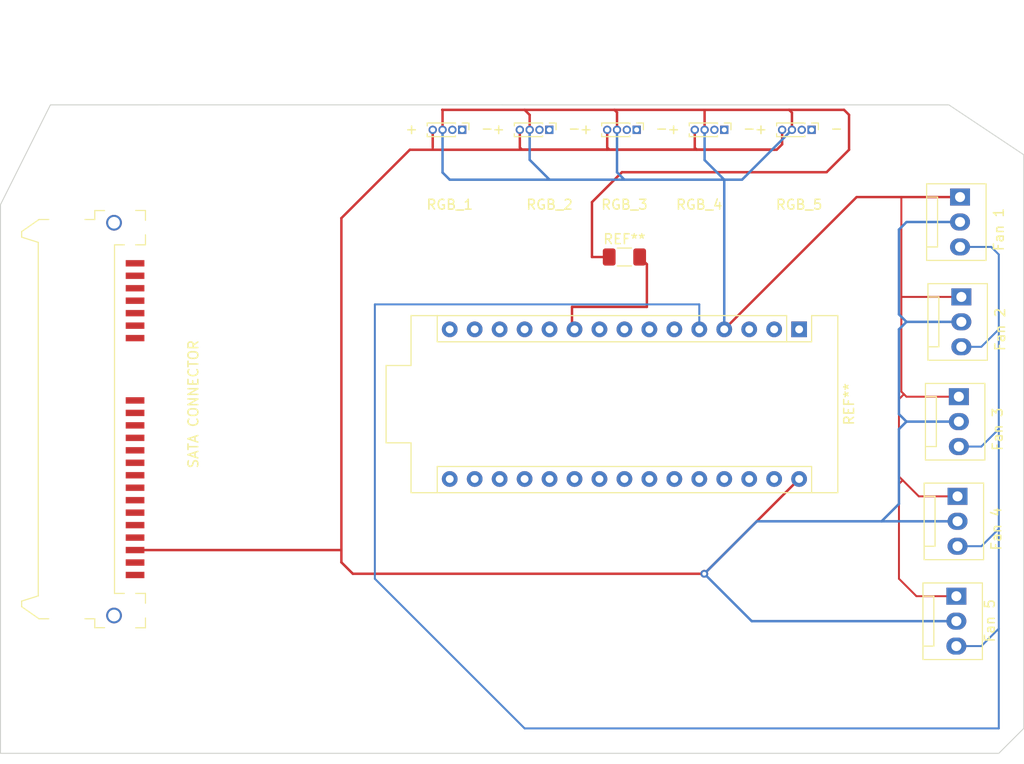
<source format=kicad_pcb>
(kicad_pcb (version 20211014) (generator pcbnew)
  (layers (0 "F.Cu" signal) (31 "B.Cu" signal) (34 "B.Paste" user) (35 "F.Paste" user) (36 "B.SilkS" user "B.Silkscreen") (37 "F.SilkS" user "F.Silkscreen") (38 "B.Mask" user) (39 "F.Mask" user) (44 "Edge.Cuts" user))
  (net 0 "")
  (footprint "Resistor_SMD:R_1206_3216Metric_Pad1.30x1.75mm_HandSolder" (layer "F.Cu") (at 129.54 78.994)
    (fp_text reference "REF**" (at 0 -1.82) (layer "F.SilkS"))
    (fp_text value "R_1206_3216Metric_Pad1.30x1.75mm_HandSolder")
    (fp_line (start -0.727064 -0.91) (end 0.727064 -0.91) (layer "F.SilkS") (width 0.12))
    (fp_line (start -0.727064 0.91) (end 0.727064 0.91) (layer "F.SilkS") (width 0.12))
    (pad "1" smd roundrect (at -1.55 0) (size 1.3 1.75) (layers "F.Cu" "F.Paste" "F.Mask") (roundrect_rratio 0.1923076923))
    (pad "2" smd roundrect (at 1.55 0) (size 1.3 1.75) (layers "F.Cu" "F.Paste" "F.Mask") (roundrect_rratio 0.1923076923))
  )
  (footprint "Connector:FanPinHeader_1x03_P2.54mm_Vertical" (layer "F.Cu") (at 163.322 113.538 -90)
    (fp_text reference "Fan 5" (at 2.5 -3.4 90) (layer "F.SilkS"))
    (fp_text value "FanPinHeader_1x03_P2.54mm_Vertical")
    (fp_line (start 0 3.3) (end 0 2.29) (layer "F.SilkS") (width 0.12))
    (fp_line (start 6.45 3.4) (end -1.35 3.4) (layer "F.SilkS") (width 0.12))
    (fp_line (start -1.35 -2.65) (end 6.45 -2.65) (layer "F.SilkS") (width 0.12))
    (fp_line (start 6.45 -2.65) (end 6.45 3.4) (layer "F.SilkS") (width 0.12))
    (fp_line (start 0 2.29) (end 5.08 2.29) (layer "F.SilkS") (width 0.12))
    (fp_line (start 5.08 2.29) (end 5.08 3.3) (layer "F.SilkS") (width 0.12))
    (fp_line (start -1.35 3.4) (end -1.35 -2.65) (layer "F.SilkS") (width 0.12))
    (pad "1" thru_hole rect (at 0 0) (size 2.03 1.73) (drill 1.02) (layers *.Cu *.Mask))
    (pad "2" thru_hole oval (at 2.54 0) (size 2.03 1.73) (drill 1.02) (layers *.Cu *.Mask))
    (pad "3" thru_hole oval (at 5.08 0) (size 2.03 1.73) (drill 1.02) (layers *.Cu *.Mask))
  )
  (footprint "Connector_PinHeader_1.00mm:PinHeader_1x04_P1.00mm_Vertical" (layer "F.Cu") (at 113.03 66.04 -90)
    (fp_text reference "RGB_1" (at 7.62 1.27 -180) (layer "F.SilkS"))
    (fp_text value "PinHeader_1x04_P1.00mm_Vertical")
    (fp_line (start -0.695 -0.685) (end 0 -0.685) (layer "F.SilkS") (width 0.12))
    (fp_line (start -0.695 3.56) (end -0.394493 3.56) (layer "F.SilkS") (width 0.12))
    (fp_line (start 0.608276 0.685) (end 0.695 0.685) (layer "F.SilkS") (width 0.12))
    (fp_line (start 0.394493 3.56) (end 0.695 3.56) (layer "F.SilkS") (width 0.12))
    (fp_line (start 0.695 0.685) (end 0.695 3.56) (layer "F.SilkS") (width 0.12))
    (fp_line (start -0.695 0.685) (end -0.695 3.56) (layer "F.SilkS") (width 0.12))
    (fp_line (start -0.695 0.685) (end -0.608276 0.685) (layer "F.SilkS") (width 0.12))
    (fp_line (start -0.695 0) (end -0.695 -0.685) (layer "F.SilkS") (width 0.12))
    (pad "1" thru_hole rect (at 0 0 270) (size 0.85 0.85) (drill 0.5) (layers *.Cu *.Mask))
    (pad "2" thru_hole oval (at 0 1 270) (size 0.85 0.85) (drill 0.5) (layers *.Cu *.Mask))
    (pad "3" thru_hole oval (at 0 2 270) (size 0.85 0.85) (drill 0.5) (layers *.Cu *.Mask))
    (pad "4" thru_hole oval (at 0 3 270) (size 0.85 0.85) (drill 0.5) (layers *.Cu *.Mask))
  )
  (footprint "Connector_PinHeader_1.00mm:PinHeader_1x04_P1.00mm_Vertical" (layer "F.Cu") (at 139.7 66.04 -90)
    (fp_text reference "RGB_4" (at 7.62 2.54 -180) (layer "F.SilkS"))
    (fp_text value "PinHeader_1x04_P1.00mm_Vertical")
    (fp_line (start -0.695 0.685) (end -0.695 3.56) (layer "F.SilkS") (width 0.12))
    (fp_line (start 0.695 0.685) (end 0.695 3.56) (layer "F.SilkS") (width 0.12))
    (fp_line (start 0.608276 0.685) (end 0.695 0.685) (layer "F.SilkS") (width 0.12))
    (fp_line (start -0.695 -0.685) (end 0 -0.685) (layer "F.SilkS") (width 0.12))
    (fp_line (start -0.695 0) (end -0.695 -0.685) (layer "F.SilkS") (width 0.12))
    (fp_line (start 0.394493 3.56) (end 0.695 3.56) (layer "F.SilkS") (width 0.12))
    (fp_line (start -0.695 3.56) (end -0.394493 3.56) (layer "F.SilkS") (width 0.12))
    (fp_line (start -0.695 0.685) (end -0.608276 0.685) (layer "F.SilkS") (width 0.12))
    (pad "1" thru_hole rect (at 0 0 270) (size 0.85 0.85) (drill 0.5) (layers *.Cu *.Mask))
    (pad "2" thru_hole oval (at 0 1 270) (size 0.85 0.85) (drill 0.5) (layers *.Cu *.Mask))
    (pad "3" thru_hole oval (at 0 2 270) (size 0.85 0.85) (drill 0.5) (layers *.Cu *.Mask))
    (pad "4" thru_hole oval (at 0 3 270) (size 0.85 0.85) (drill 0.5) (layers *.Cu *.Mask))
  )
  (footprint "Connector_PinHeader_1.00mm:PinHeader_1x04_P1.00mm_Vertical" (layer "F.Cu") (at 148.59 66.04 -90)
    (fp_text reference "RGB_5" (at 7.62 1.27 -180) (layer "F.SilkS"))
    (fp_text value "PinHeader_1x04_P1.00mm_Vertical")
    (fp_line (start 0.394493 3.56) (end 0.695 3.56) (layer "F.SilkS") (width 0.12))
    (fp_line (start 0.608276 0.685) (end 0.695 0.685) (layer "F.SilkS") (width 0.12))
    (fp_line (start -0.695 0) (end -0.695 -0.685) (layer "F.SilkS") (width 0.12))
    (fp_line (start -0.695 0.685) (end -0.608276 0.685) (layer "F.SilkS") (width 0.12))
    (fp_line (start -0.695 -0.685) (end 0 -0.685) (layer "F.SilkS") (width 0.12))
    (fp_line (start -0.695 3.56) (end -0.394493 3.56) (layer "F.SilkS") (width 0.12))
    (fp_line (start 0.695 0.685) (end 0.695 3.56) (layer "F.SilkS") (width 0.12))
    (fp_line (start -0.695 0.685) (end -0.695 3.56) (layer "F.SilkS") (width 0.12))
    (pad "1" thru_hole rect (at 0 0 270) (size 0.85 0.85) (drill 0.5) (layers *.Cu *.Mask))
    (pad "2" thru_hole oval (at 0 1 270) (size 0.85 0.85) (drill 0.5) (layers *.Cu *.Mask))
    (pad "3" thru_hole oval (at 0 2 270) (size 0.85 0.85) (drill 0.5) (layers *.Cu *.Mask))
    (pad "4" thru_hole oval (at 0 3 270) (size 0.85 0.85) (drill 0.5) (layers *.Cu *.Mask))
  )
  (footprint "Connector:FanPinHeader_1x03_P2.54mm_Vertical" (layer "F.Cu") (at 163.83 83.058 -90)
    (fp_text reference "Fan 2" (at 3.312 -3.943 90) (layer "F.SilkS"))
    (fp_text value "FanPinHeader_1x03_P2.54mm_Vertical")
    (fp_line (start 5.08 2.29) (end 5.08 3.3) (layer "F.SilkS") (width 0.12))
    (fp_line (start 0 3.3) (end 0 2.29) (layer "F.SilkS") (width 0.12))
    (fp_line (start 6.45 3.4) (end -1.35 3.4) (layer "F.SilkS") (width 0.12))
    (fp_line (start -1.35 -2.65) (end 6.45 -2.65) (layer "F.SilkS") (width 0.12))
    (fp_line (start -1.35 3.4) (end -1.35 -2.65) (layer "F.SilkS") (width 0.12))
    (fp_line (start 0 2.29) (end 5.08 2.29) (layer "F.SilkS") (width 0.12))
    (fp_line (start 6.45 -2.65) (end 6.45 3.4) (layer "F.SilkS") (width 0.12))
    (pad "1" thru_hole rect (at 0 0) (size 2.03 1.73) (drill 1.02) (layers *.Cu *.Mask))
    (pad "2" thru_hole oval (at 2.54 0) (size 2.03 1.73) (drill 1.02) (layers *.Cu *.Mask))
    (pad "3" thru_hole oval (at 5.08 0) (size 2.03 1.73) (drill 1.02) (layers *.Cu *.Mask))
  )
  (footprint "Connector_PinHeader_1.00mm:PinHeader_1x04_P1.00mm_Vertical" (layer "F.Cu") (at 121.896 66.04 -90)
    (fp_text reference "RGB_2" (at 7.62 -0.024 -180) (layer "F.SilkS"))
    (fp_text value "PinHeader_1x04_P1.00mm_Vertical")
    (fp_line (start 0.608276 0.685) (end 0.695 0.685) (layer "F.SilkS") (width 0.12))
    (fp_line (start -0.695 0.685) (end -0.608276 0.685) (layer "F.SilkS") (width 0.12))
    (fp_line (start 0.394493 3.56) (end 0.695 3.56) (layer "F.SilkS") (width 0.12))
    (fp_line (start -0.695 0.685) (end -0.695 3.56) (layer "F.SilkS") (width 0.12))
    (fp_line (start -0.695 0) (end -0.695 -0.685) (layer "F.SilkS") (width 0.12))
    (fp_line (start 0.695 0.685) (end 0.695 3.56) (layer "F.SilkS") (width 0.12))
    (fp_line (start -0.695 -0.685) (end 0 -0.685) (layer "F.SilkS") (width 0.12))
    (fp_line (start -0.695 3.56) (end -0.394493 3.56) (layer "F.SilkS") (width 0.12))
    (pad "1" thru_hole rect (at 0 0 270) (size 0.85 0.85) (drill 0.5) (layers *.Cu *.Mask))
    (pad "2" thru_hole oval (at 0 1 270) (size 0.85 0.85) (drill 0.5) (layers *.Cu *.Mask))
    (pad "3" thru_hole oval (at 0 2 270) (size 0.85 0.85) (drill 0.5) (layers *.Cu *.Mask))
    (pad "4" thru_hole oval (at 0 3 270) (size 0.85 0.85) (drill 0.5) (layers *.Cu *.Mask))
  )
  (footprint "Connector_PinHeader_1.00mm:PinHeader_1x04_P1.00mm_Vertical" (layer "F.Cu") (at 130.786 66.04 -90)
    (fp_text reference "RGB_3" (at 7.62 1.246 -180) (layer "F.SilkS"))
    (fp_text value "PinHeader_1x04_P1.00mm_Vertical")
    (fp_line (start 0.695 0.685) (end 0.695 3.56) (layer "F.SilkS") (width 0.12))
    (fp_line (start -0.695 0) (end -0.695 -0.685) (layer "F.SilkS") (width 0.12))
    (fp_line (start -0.695 0.685) (end -0.695 3.56) (layer "F.SilkS") (width 0.12))
    (fp_line (start 0.394493 3.56) (end 0.695 3.56) (layer "F.SilkS") (width 0.12))
    (fp_line (start 0.608276 0.685) (end 0.695 0.685) (layer "F.SilkS") (width 0.12))
    (fp_line (start -0.695 0.685) (end -0.608276 0.685) (layer "F.SilkS") (width 0.12))
    (fp_line (start -0.695 -0.685) (end 0 -0.685) (layer "F.SilkS") (width 0.12))
    (fp_line (start -0.695 3.56) (end -0.394493 3.56) (layer "F.SilkS") (width 0.12))
    (pad "1" thru_hole rect (at 0 0 270) (size 0.85 0.85) (drill 0.5) (layers *.Cu *.Mask))
    (pad "2" thru_hole oval (at 0 1 270) (size 0.85 0.85) (drill 0.5) (layers *.Cu *.Mask))
    (pad "3" thru_hole oval (at 0 2 270) (size 0.85 0.85) (drill 0.5) (layers *.Cu *.Mask))
    (pad "4" thru_hole oval (at 0 3 270) (size 0.85 0.85) (drill 0.5) (layers *.Cu *.Mask))
  )
  (footprint "Arduino:Arduino_Nano" (layer "F.Cu") (at 147.32 86.36 -90)
    (fp_text reference "REF**" (at 7.62 -5.08 90) (layer "F.SilkS"))
    (fp_text value "Arduino_Nano")
    (fp_line (start 1.27 1.27) (end -1.397 1.27) (layer "F.SilkS") (width 0.12))
    (fp_line (start 11.557 42.037) (end 11.557 39.497) (layer "F.SilkS") (width 0.12))
    (fp_line (start -1.397 39.497) (end 3.683 39.497) (layer "F.SilkS") (width 0.12))
    (fp_line (start 1.27 1.27) (end 1.27 36.83) (layer "F.SilkS") (width 0.12))
    (fp_line (start 1.27 -1.27) (end -1.397 -1.27) (layer "F.SilkS") (width 0.12))
    (fp_line (start 3.683 42.037) (end 3.683 39.497) (layer "F.SilkS") (width 0.12))
    (fp_line (start 1.27 1.27) (end 1.27 -1.27) (layer "F.SilkS") (width 0.12))
    (fp_line (start 11.557 39.497) (end 16.637 39.497) (layer "F.SilkS") (width 0.12))
    (fp_line (start 13.97 -1.27) (end 13.97 36.83) (layer "F.SilkS") (width 0.12))
    (fp_line (start 1.27 36.83) (end -1.4 36.83) (layer "F.SilkS") (width 0.12))
    (fp_line (start -1.397 1.27) (end -1.397 39.497) (layer "F.SilkS") (width 0.12))
    (fp_line (start 16.637 -3.937) (end -1.397 -3.937) (layer "F.SilkS") (width 0.12))
    (fp_line (start 13.97 -1.27) (end 16.64 -1.27) (layer "F.SilkS") (width 0.12))
    (fp_line (start 16.637 39.497) (end 16.637 -3.937) (layer "F.SilkS") (width 0.12))
    (fp_line (start 3.683 42.037) (end 11.557 42.037) (layer "F.SilkS") (width 0.12))
    (fp_line (start 13.97 36.83) (end 16.64 36.83) (layer "F.SilkS") (width 0.12))
    (fp_line (start -1.397 -3.937) (end -1.397 -1.27) (layer "F.SilkS") (width 0.12))
    (pad "1" thru_hole rect locked (at 0 0 270) (size 1.6 1.6) (drill 0.8) (layers *.Cu *.Mask))
    (pad "2" thru_hole oval locked (at 0 2.54 270) (size 1.6 1.6) (drill 0.8) (layers *.Cu *.Mask))
    (pad "3" thru_hole oval locked (at 0 5.08 270) (size 1.6 1.6) (drill 0.8) (layers *.Cu *.Mask))
    (pad "4" thru_hole oval locked (at 0 7.62 270) (size 1.6 1.6) (drill 0.8) (layers *.Cu *.Mask))
    (pad "5" thru_hole oval locked (at 0 10.16 270) (size 1.6 1.6) (drill 0.8) (layers *.Cu *.Mask))
    (pad "6" thru_hole oval locked (at 0 12.7 270) (size 1.6 1.6) (drill 0.8) (layers *.Cu *.Mask))
    (pad "7" thru_hole oval locked (at 0 15.24 270) (size 1.6 1.6) (drill 0.8) (layers *.Cu *.Mask))
    (pad "8" thru_hole oval locked (at 0 17.78 270) (size 1.6 1.6) (drill 0.8) (layers *.Cu *.Mask))
    (pad "9" thru_hole oval locked (at 0 20.32 270) (size 1.6 1.6) (drill 0.8) (layers *.Cu *.Mask))
    (pad "10" thru_hole oval locked (at 0 22.86 270) (size 1.6 1.6) (drill 0.8) (layers *.Cu *.Mask))
    (pad "11" thru_hole oval locked (at 0 25.4 270) (size 1.6 1.6) (drill 0.8) (layers *.Cu *.Mask))
    (pad "12" thru_hole oval locked (at 0 27.94 270) (size 1.6 1.6) (drill 0.8) (layers *.Cu *.Mask))
    (pad "13" thru_hole oval locked (at 0 30.48 270) (size 1.6 1.6) (drill 0.8) (layers *.Cu *.Mask))
    (pad "14" thru_hole oval locked (at 0 33.02 270) (size 1.6 1.6) (drill 0.8) (layers *.Cu *.Mask))
    (pad "15" thru_hole oval locked (at 0 35.56 270) (size 1.6 1.6) (drill 0.8) (layers *.Cu *.Mask))
    (pad "16" thru_hole oval locked (at 15.24 35.56 270) (size 1.6 1.6) (drill 0.8) (layers *.Cu *.Mask))
    (pad "17" thru_hole oval locked (at 15.24 33.02 270) (size 1.6 1.6) (drill 0.8) (layers *.Cu *.Mask))
    (pad "18" thru_hole oval locked (at 15.24 30.48 270) (size 1.6 1.6) (drill 0.8) (layers *.Cu *.Mask))
    (pad "19" thru_hole oval locked (at 15.24 27.94 270) (size 1.6 1.6) (drill 0.8) (layers *.Cu *.Mask))
    (pad "20" thru_hole oval locked (at 15.24 25.4 270) (size 1.6 1.6) (drill 0.8) (layers *.Cu *.Mask))
    (pad "21" thru_hole oval locked (at 15.24 22.86 270) (size 1.6 1.6) (drill 0.8) (layers *.Cu *.Mask))
    (pad "22" thru_hole oval locked (at 15.24 20.32 270) (size 1.6 1.6) (drill 0.8) (layers *.Cu *.Mask))
    (pad "23" thru_hole oval locked (at 15.24 17.78 270) (size 1.6 1.6) (drill 0.8) (layers *.Cu *.Mask))
    (pad "24" thru_hole oval locked (at 15.24 15.24 270) (size 1.6 1.6) (drill 0.8) (layers *.Cu *.Mask))
    (pad "25" thru_hole oval locked (at 15.24 12.7 270) (size 1.6 1.6) (drill 0.8) (layers *.Cu *.Mask))
    (pad "26" thru_hole oval locked (at 15.24 10.16 270) (size 1.6 1.6) (drill 0.8) (layers *.Cu *.Mask))
    (pad "27" thru_hole oval locked (at 15.24 7.62 270) (size 1.6 1.6) (drill 0.8) (layers *.Cu *.Mask))
    (pad "28" thru_hole oval locked (at 15.24 5.08 270) (size 1.6 1.6) (drill 0.8) (layers *.Cu *.Mask))
    (pad "29" thru_hole oval locked (at 15.24 2.54 270) (size 1.6 1.6) (drill 0.8) (layers *.Cu *.Mask))
    (pad "30" thru_hole oval locked (at 15.24 0 270) (size 1.6 1.6) (drill 0.8) (layers *.Cu *.Mask))
  )
  (footprint "Connector_SATA_SAS:SATA_Amphenol_10029364-001LF_Horizontal" (layer "F.Cu") (at 78.74 95.504 90)
    (fp_text reference "SATA CONNECTOR" (at 1.524 6.926 90) (layer "F.SilkS"))
    (fp_text value "SATA_Amphenol_10029364-001LF_Horizontal")
    (fp_line (start 19.1 -10.54492) (end 18.53 -10.54492) (layer "F.SilkS") (width 0.12))
    (fp_line (start -21.24 -3.10492) (end -21.24 -2.10492) (layer "F.SilkS") (width 0.12))
    (fp_line (start 20.33 -8.78492) (end 20.33 -7.78492) (layer "F.SilkS") (width 0.12))
    (fp_line (start 17.75 1.05508) (end 17.75 2.05508) (layer "F.SilkS") (width 0.12))
    (fp_line (start -21.24 -3.10492) (end -20.33 -3.10492) (layer "F.SilkS") (width 0.12))
    (fp_line (start 18 -8.85492) (end -18 -8.85492) (layer "F.SilkS") (width 0.12))
    (fp_line (start -19.1 -10.54492) (end -18.53 -10.54492) (layer "F.SilkS") (width 0.12))
    (fp_line (start 17.75 -1.09492) (end -17.75 -1.09492) (layer "F.SilkS") (width 0.12))
    (fp_line (start -18.75 2.05508) (end -17.75 2.05508) (layer "F.SilkS") (width 0.12))
    (fp_line (start -21.25 1.05508) (end -21.25 2.05508) (layer "F.SilkS") (width 0.12))
    (fp_line (start -21.25 2.05508) (end -20.25 2.05508) (layer "F.SilkS") (width 0.12))
    (fp_line (start -20.33 -3.10492) (end -20.33 -4.10492) (layer "F.SilkS") (width 0.12))
    (fp_line (start 18 -8.85492) (end 18.53 -10.54492) (layer "F.SilkS") (width 0.12))
    (fp_line (start 20.33 -3.10492) (end 20.33 -4.10492) (layer "F.SilkS") (width 0.12))
    (fp_line (start 21.24 -3.10492) (end 20.33 -3.10492) (layer "F.SilkS") (width 0.12))
    (fp_line (start 18.77314 2.05486) (end 17.75 2.05508) (layer "F.SilkS") (width 0.12))
    (fp_line (start -20.33 -8.78492) (end -20.33 -7.78492) (layer "F.SilkS") (width 0.12))
    (fp_line (start 21.25 2.05508) (end 20.25 2.05508) (layer "F.SilkS") (width 0.12))
    (fp_line (start 21.24 -3.10492) (end 21.24 -2.10492) (layer "F.SilkS") (width 0.12))
    (fp_line (start -17.75 -1.09492) (end -17.75 -0.09492) (layer "F.SilkS") (width 0.12))
    (fp_line (start 21.25 1.05508) (end 21.25 2.05508) (layer "F.SilkS") (width 0.12))
    (fp_line (start -17.75 1.05508) (end -17.75 2.05508) (layer "F.SilkS") (width 0.12))
    (fp_line (start 20.33 -8.78492) (end 19.1 -10.54492) (layer "F.SilkS") (width 0.12))
    (fp_line (start -18 -8.85492) (end -18.53 -10.54492) (layer "F.SilkS") (width 0.12))
    (fp_line (start -20.33 -8.78492) (end -19.1 -10.54492) (layer "F.SilkS") (width 0.12))
    (fp_line (start 17.75 -1.09492) (end 17.75 -0.09492) (layer "F.SilkS") (width 0.12))
    (pad "" np_thru_hole circle (at -18.4 0.65508 90) (size 1.2 1.2) (drill 1.2) (layers *.Mask "B.Cu"))
    (pad "" np_thru_hole circle (at 18.4 0.65508 90) (size 0.9 0.9) (drill 0.9) (layers *.Mask "B.Cu"))
    (pad "MP" thru_hole circle (at -20 -1.14492 90) (size 1.6 1.6) (drill 1.2) (layers *.Cu *.Mask))
    (pad "MP" thru_hole circle (at 20 -1.14492 90) (size 1.6 1.6) (drill 1.2) (layers *.Cu *.Mask))
    (pad "P1" smd rect (at 1.905 0.99508 90) (size 0.65 1.9) (layers "F.Cu" "F.Paste" "F.Mask"))
    (pad "P2" smd rect (at 0.635 0.99508 90) (size 0.65 1.9) (layers "F.Cu" "F.Paste" "F.Mask"))
    (pad "P3" smd rect (at -0.635 0.99508 90) (size 0.65 1.9) (layers "F.Cu" "F.Paste" "F.Mask"))
    (pad "P4" smd rect (at -1.905 0.99508 90) (size 0.65 1.9) (layers "F.Cu" "F.Paste" "F.Mask"))
    (pad "P5" smd rect (at -3.175 0.99508 90) (size 0.65 1.9) (layers "F.Cu" "F.Paste" "F.Mask"))
    (pad "P6" smd rect (at -4.445 0.99508 90) (size 0.65 1.9) (layers "F.Cu" "F.Paste" "F.Mask"))
    (pad "P7" smd rect (at -5.715 0.99508 90) (size 0.65 1.9) (layers "F.Cu" "F.Paste" "F.Mask"))
    (pad "P8" smd rect (at -6.985 0.99508 90) (size 0.65 1.9) (layers "F.Cu" "F.Paste" "F.Mask"))
    (pad "P9" smd rect (at -8.255 0.99508 90) (size 0.65 1.9) (layers "F.Cu" "F.Paste" "F.Mask"))
    (pad "P10" smd rect (at -9.525 0.99508 90) (size 0.65 1.9) (layers "F.Cu" "F.Paste" "F.Mask"))
    (pad "P11" smd rect (at -10.795 0.99508 90) (size 0.65 1.9) (layers "F.Cu" "F.Paste" "F.Mask"))
    (pad "P12" smd rect (at -12.065 0.99508 90) (size 0.65 1.9) (layers "F.Cu" "F.Paste" "F.Mask"))
    (pad "P13" smd rect (at -13.335 0.99508 90) (size 0.65 1.9) (layers "F.Cu" "F.Paste" "F.Mask"))
    (pad "P14" smd rect (at -14.605 0.99508 90) (size 0.65 1.9) (layers "F.Cu" "F.Paste" "F.Mask"))
    (pad "P15" smd rect (at -15.875 0.99508 90) (size 0.65 1.9) (layers "F.Cu" "F.Paste" "F.Mask"))
    (pad "S1" smd rect (at 15.87 0.99508 90) (size 0.65 1.9) (layers "F.Cu" "F.Paste" "F.Mask"))
    (pad "S2" smd rect (at 14.6 0.99508 90) (size 0.65 1.9) (layers "F.Cu" "F.Paste" "F.Mask"))
    (pad "S3" smd rect (at 13.33 0.99508 90) (size 0.65 1.9) (layers "F.Cu" "F.Paste" "F.Mask"))
    (pad "S4" smd rect (at 12.06 0.99508 90) (size 0.65 1.9) (layers "F.Cu" "F.Paste" "F.Mask"))
    (pad "S5" smd rect (at 10.79 0.99508 90) (size 0.65 1.9) (layers "F.Cu" "F.Paste" "F.Mask"))
    (pad "S6" smd rect (at 9.52 0.99508 90) (size 0.65 1.9) (layers "F.Cu" "F.Paste" "F.Mask"))
    (pad "S7" smd rect (at 8.25 0.99508 90) (size 0.65 1.9) (layers "F.Cu" "F.Paste" "F.Mask"))
  )
  (footprint "Connector:FanPinHeader_1x03_P2.54mm_Vertical" (layer "F.Cu") (at 163.576 93.218 -90)
    (fp_text reference "Fan 3" (at 3.312 -3.943 90) (layer "F.SilkS"))
    (fp_text value "FanPinHeader_1x03_P2.54mm_Vertical")
    (fp_line (start 0 3.3) (end 0 2.29) (layer "F.SilkS") (width 0.12))
    (fp_line (start -1.35 3.4) (end -1.35 -2.65) (layer "F.SilkS") (width 0.12))
    (fp_line (start 0 2.29) (end 5.08 2.29) (layer "F.SilkS") (width 0.12))
    (fp_line (start -1.35 -2.65) (end 6.45 -2.65) (layer "F.SilkS") (width 0.12))
    (fp_line (start 6.45 3.4) (end -1.35 3.4) (layer "F.SilkS") (width 0.12))
    (fp_line (start 5.08 2.29) (end 5.08 3.3) (layer "F.SilkS") (width 0.12))
    (fp_line (start 6.45 -2.65) (end 6.45 3.4) (layer "F.SilkS") (width 0.12))
    (pad "1" thru_hole rect (at 0 0) (size 2.03 1.73) (drill 1.02) (layers *.Cu *.Mask))
    (pad "2" thru_hole oval (at 2.54 0) (size 2.03 1.73) (drill 1.02) (layers *.Cu *.Mask))
    (pad "3" thru_hole oval (at 5.08 0) (size 2.03 1.73) (drill 1.02) (layers *.Cu *.Mask))
  )
  (footprint "Connector:FanPinHeader_1x03_P2.54mm_Vertical" (layer "F.Cu") (at 163.697 72.888 -90)
    (fp_text reference "Fan 1" (at 3.312 -3.943 90) (layer "F.SilkS"))
    (fp_text value "FanPinHeader_1x03_P2.54mm_Vertical")
    (fp_line (start 6.45 -2.65) (end 6.45 3.4) (layer "F.SilkS") (width 0.12))
    (fp_line (start 0 2.29) (end 5.08 2.29) (layer "F.SilkS") (width 0.12))
    (fp_line (start -1.35 3.4) (end -1.35 -2.65) (layer "F.SilkS") (width 0.12))
    (fp_line (start 6.45 3.4) (end -1.35 3.4) (layer "F.SilkS") (width 0.12))
    (fp_line (start 0 3.3) (end 0 2.29) (layer "F.SilkS") (width 0.12))
    (fp_line (start -1.35 -2.65) (end 6.45 -2.65) (layer "F.SilkS") (width 0.12))
    (fp_line (start 5.08 2.29) (end 5.08 3.3) (layer "F.SilkS") (width 0.12))
    (pad "1" thru_hole rect (at 0 0) (size 2.03 1.73) (drill 1.02) (layers *.Cu *.Mask))
    (pad "2" thru_hole oval (at 2.54 0) (size 2.03 1.73) (drill 1.02) (layers *.Cu *.Mask))
    (pad "3" thru_hole oval (at 5.08 0) (size 2.03 1.73) (drill 1.02) (layers *.Cu *.Mask))
  )
  (footprint "Connector:FanPinHeader_1x03_P2.54mm_Vertical" (layer "F.Cu") (at 163.443 103.368 -90)
    (fp_text reference "Fan 4" (at 3.312 -3.943 90) (layer "F.SilkS"))
    (fp_text value "FanPinHeader_1x03_P2.54mm_Vertical")
    (fp_line (start -1.35 3.4) (end -1.35 -2.65) (layer "F.SilkS") (width 0.12))
    (fp_line (start 0 2.29) (end 5.08 2.29) (layer "F.SilkS") (width 0.12))
    (fp_line (start 6.45 3.4) (end -1.35 3.4) (layer "F.SilkS") (width 0.12))
    (fp_line (start -1.35 -2.65) (end 6.45 -2.65) (layer "F.SilkS") (width 0.12))
    (fp_line (start 5.08 2.29) (end 5.08 3.3) (layer "F.SilkS") (width 0.12))
    (fp_line (start 6.45 -2.65) (end 6.45 3.4) (layer "F.SilkS") (width 0.12))
    (fp_line (start 0 3.3) (end 0 2.29) (layer "F.SilkS") (width 0.12))
    (pad "1" thru_hole rect (at 0 0) (size 2.03 1.73) (drill 1.02) (layers *.Cu *.Mask))
    (pad "2" thru_hole oval (at 2.54 0) (size 2.03 1.73) (drill 1.02) (layers *.Cu *.Mask))
    (pad "3" thru_hole oval (at 5.08 0) (size 2.03 1.73) (drill 1.02) (layers *.Cu *.Mask))
  )
  (gr_poly (pts (xy 170.18 68.58) (xy 170.18 127) (xy 167.64 129.54) (xy 66.04 129.54) (xy 66.04 73.66) (xy 71.12 63.5) (xy 88.984573 63.497181) (xy 162.56 63.5)) (layer "Edge.Cuts") (width 0.1) (fill none))
  (gr_text "+\n" (at 134.62 66.04 -90) (layer "F.SilkS") (effects (font (size 1 1))))
  (gr_text "+\n" (at 143.51 66.04 -90) (layer "F.SilkS") (effects (font (size 1 1))))
  (gr_text "-" (at 124.436 66.04 -180) (layer "F.SilkS") (effects (font (size 1 1))))
  (gr_text "+\n" (at 116.816 66.04 -90) (layer "F.SilkS") (effects (font (size 1 1))))
  (gr_text "-" (at 133.326 66.04 -180) (layer "F.SilkS") (effects (font (size 1 1))))
  (gr_text "-" (at 115.57 66.04 -180) (layer "F.SilkS") (effects (font (size 1 1))))
  (gr_text "+\n" (at 125.706 66.04 -90) (layer "F.SilkS") (effects (font (size 1 1))))
  (gr_text "-" (at 151.13 66.04 -180) (layer "F.SilkS") (effects (font (size 1 1))))
  (gr_text "-" (at 142.24 66.04 -180) (layer "F.SilkS") (effects (font (size 1 1))))
  (gr_text "+\n" (at 107.95 66.04 -90) (layer "F.SilkS") (effects (font (size 1 1))))
  (segment (start 111.03 66.04) (end 111.03 64.04) (width 0.25) (layer "F.Cu") (net 0))
  (segment (start 157.724 92.7) (end 158.242 93.218) (width 0.2) (layer "F.Cu") (net 0))
  (segment (start 131.826 84.074) (end 131.826 79.73) (width 0.25) (layer "F.Cu") (net 0))
  (segment (start 157.48 93.472) (end 157.988 92.964) (width 0.2) (layer "F.Cu") (net 0))
  (segment (start 163.322 113.538) (end 159.258 113.538) (width 0.2) (layer "F.Cu") (net 0))
  (segment (start 152.4 68.072) (end 150.114 70.358) (width 0.25) (layer "F.Cu") (net 0))
  (segment (start 136.7 67.866) (end 136.906 68.072) (width 0.25) (layer "F.Cu") (net 0))
  (segment (start 150.114 70.358) (end 129.286 70.358) (width 0.25) (layer "F.Cu") (net 0))
  (segment (start 159.258 113.538) (end 157.48 111.76) (width 0.2) (layer "F.Cu") (net 0))
  (segment (start 127.786 68.048) (end 127.762 68.072) (width 0.25) (layer "F.Cu") (net 0))
  (segment (start 100.734 110.086) (end 100.734 75.034) (width 0.25) (layer "F.Cu") (net 0))
  (segment (start 101.9 111.252) (end 100.734 110.086) (width 0.25) (layer "F.Cu") (net 0))
  (segment (start 126.238 73.406) (end 126.238 78.994) (width 0.25) (layer "F.Cu") (net 0))
  (segment (start 107.696 68.072) (end 145.034 68.072) (width 0.25) (layer "F.Cu") (net 0))
  (segment (start 124.46 86.36) (end 124.206 86.106) (width 0.25) (layer "F.Cu") (net 0))
  (segment (start 157.48 102.108) (end 157.861 101.727) (width 0.2) (layer "F.Cu") (net 0))
  (segment (start 118.896 67.842) (end 119.102 68.048) (width 0.25) (layer "F.Cu") (net 0))
  (segment (start 145.59 67.516) (end 145.59 66.04) (width 0.25) (layer "F.Cu") (net 0))
  (segment (start 151.892 64.008) (end 152.4 64.516) (width 0.25) (layer "F.Cu") (net 0))
  (segment (start 157.48 101.346) (end 157.48 93.472) (width 0.2) (layer "F.Cu") (net 0))
  (segment (start 145.034 68.072) (end 145.59 67.516) (width 0.25) (layer "F.Cu") (net 0))
  (segment (start 119.896 64.524) (end 119.896 66.04) (width 0.25) (layer "F.Cu") (net 0))
  (segment (start 124.206 84.074) (end 131.826 84.074) (width 0.25) (layer "F.Cu") (net 0))
  (segment (start 163.697 72.888) (end 157.724 72.888) (width 0.25) (layer "F.Cu") (net 0))
  (segment (start 137.668 111.252) (end 101.9 111.252) (width 0.25) (layer "F.Cu") (net 0))
  (segment (start 137.7 66.04) (end 137.7 64.04) (width 0.25) (layer "F.Cu") (net 0))
  (segment (start 157.724 72.888) (end 153.172 72.888) (width 0.25) (layer "F.Cu") (net 0))
  (segment (start 110.998 64.008) (end 151.892 64.008) (width 0.25) (layer "F.Cu") (net 0))
  (segment (start 157.48 101.346) (end 159.502 103.368) (width 0.2) (layer "F.Cu") (net 0))
  (segment (start 111.03 64.04) (end 110.998 64.008) (width 0.25) (layer "F.Cu") (net 0))
  (segment (start 157.724 72.888) (end 157.724 92.7) (width 0.2) (layer "F.Cu") (net 0))
  (segment (start 126.238 78.994) (end 127.99 78.994) (width 0.25) (layer "F.Cu") (net 0))
  (segment (start 79.73508 108.839) (end 100.711 108.839) (width 0.25) (layer "F.Cu") (net 0))
  (segment (start 128.786 64.27) (end 128.524 64.008) (width 0.25) (layer "F.Cu") (net 0))
  (segment (start 124.206 86.106) (end 124.206 84.074) (width 0.25) (layer "F.Cu") (net 0))
  (segment (start 144.78 68.072) (end 144.756 68.048) (width 0.25) (layer "F.Cu") (net 0))
  (segment (start 152.4 64.516) (end 152.4 68.072) (width 0.25) (layer "F.Cu") (net 0))
  (segment (start 153.172 72.888) (end 139.7 86.36) (width 0.25) (layer "F.Cu") (net 0))
  (segment (start 136.7 66.04) (end 136.7 67.866) (width 0.25) (layer "F.Cu") (net 0))
  (segment (start 100.734 75.034) (end 107.696 68.072) (width 0.25) (layer "F.Cu") (net 0))
  (segment (start 163.443 103.368) (end 159.502 103.368) (width 0.2) (layer "F.Cu") (net 0))
  (segment (start 146.59 66.04) (end 146.59 64.294) (width 0.25) (layer "F.Cu") (net 0))
  (segment (start 158.242 93.218) (end 163.576 93.218) (width 0.2) (layer "F.Cu") (net 0))
  (segment (start 157.48 111.76) (end 157.48 102.108) (width 0.2) (layer "F.Cu") (net 0))
  (segment (start 128.786 66.04) (end 128.786 64.27) (width 0.25) (layer "F.Cu") (net 0))
  (segment (start 118.896 68.048) (end 144.756 68.048) (width 0.25) (layer "F.Cu") (net 0))
  (segment (start 147.32 101.6) (end 137.668 111.252) (width 0.25) (layer "F.Cu") (net 0))
  (segment (start 118.896 66.04) (end 118.896 67.842) (width 0.25) (layer "F.Cu") (net 0))
  (segment (start 146.59 64.294) (end 146.304 64.008) (width 0.25) (layer "F.Cu") (net 0))
  (segment (start 163.83 83.058) (end 157.734 83.058) (width 0.2) (layer "F.Cu") (net 0))
  (segment (start 110.03 66.04) (end 110.03 67.866) (width 0.25) (layer "F.Cu") (net 0))
  (segment (start 131.826 79.73) (end 131.09 78.994) (width 0.25) (layer "F.Cu") (net 0))
  (segment (start 129.286 70.358) (end 126.238 73.406) (width 0.25) (layer "F.Cu") (net 0))
  (segment (start 119.38 64.008) (end 119.896 64.524) (width 0.25) (layer "F.Cu") (net 0))
  (segment (start 127.786 67.842) (end 127.992 68.048) (width 0.25) (layer "F.Cu") (net 0))
  (segment (start 127.786 66.04) (end 127.786 67.842) (width 0.25) (layer "F.Cu") (net 0))
  (via blind (at 137.668 111.252) (size 0.8) (drill 0.4) (layers "F.Cu" "B.Cu") (net 0))
  (segment (start 137.16 86.36) (end 137.16 83.82) (width 0.2) (layer "B.Cu") (net 0))
  (segment (start 157.48 96.52) (end 158.242 95.758) (width 0.25) (layer "B.Cu") (net 0))
  (segment (start 119.38 127) (end 167.64 127) (width 0.2) (layer "B.Cu") (net 0))
  (segment (start 104.14 111.76) (end 119.38 127) (width 0.2) (layer "B.Cu") (net 0))
  (segment (start 165.862 118.618) (end 167.64 116.84) (width 0.2) (layer "B.Cu") (net 0))
  (segment (start 167.64 78.74) (end 166.868 77.968) (width 0.2) (layer "B.Cu") (net 0))
  (segment (start 163.83 88.138) (end 165.862 88.138) (width 0.2) (layer "B.Cu") (net 0))
  (segment (start 137.7 69.12) (end 137.7 66.04) (width 0.25) (layer "B.Cu") (net 0))
  (segment (start 142.494 116.078) (end 163.322 116.078) (width 0.25) (layer "B.Cu") (net 0))
  (segment (start 167.64 127) (end 167.64 78.74) (width 0.2) (layer "B.Cu") (net 0))
  (segment (start 157.48 86.36) (end 158.242 85.598) (width 0.25) (layer "B.Cu") (net 0))
  (segment (start 104.14 83.82) (end 104.14 111.76) (width 0.2) (layer "B.Cu") (net 0))
  (segment (start 165.862 88.138) (end 167.64 86.36) (width 0.2) (layer "B.Cu") (net 0))
  (segment (start 158.242 85.598) (end 163.83 85.598) (width 0.25) (layer "B.Cu") (net 0))
  (segment (start 129.54 71.12) (end 128.786 70.366) (width 0.25) (layer "B.Cu") (net 0))
  (segment (start 121.92 71.12) (end 119.896 69.096) (width 0.25) (layer "B.Cu") (net 0))
  (segment (start 157.48 94.996) (end 157.48 86.36) (width 0.25) (layer "B.Cu") (net 0))
  (segment (start 158.242 85.598) (end 157.48 84.836) (width 0.25) (layer "B.Cu") (net 0))
  (segment (start 143.012 105.908) (end 163.443 105.908) (width 0.25) (layer "B.Cu") (net 0))
  (segment (start 157.48 84.836) (end 157.48 76.2) (width 0.25) (layer "B.Cu") (net 0))
  (segment (start 139.7 86.36) (end 139.7 71.12) (width 0.25) (layer "B.Cu") (net 0))
  (segment (start 137.16 83.82) (end 104.14 83.82) (width 0.2) (layer "B.Cu") (net 0))
  (segment (start 111.03 70.39) (end 111.03 66.04) (width 0.25) (layer "B.Cu") (net 0))
  (segment (start 163.322 118.618) (end 165.862 118.618) (width 0.2) (layer "B.Cu") (net 0))
  (segment (start 158.252 75.428) (end 163.697 75.428) (width 0.25) (layer "B.Cu") (net 0))
  (segment (start 158.242 95.758) (end 163.576 95.758) (width 0.25) (layer "B.Cu") (net 0))
  (segment (start 139.7 71.12) (end 137.7 69.12) (width 0.25) (layer "B.Cu") (net 0))
  (segment (start 111.76 71.12) (end 111.03 70.39) (width 0.25) (layer "B.Cu") (net 0))
  (segment (start 157.48 104.14) (end 157.48 96.52) (width 0.25) (layer "B.Cu") (net 0))
  (segment (start 165.872 108.448) (end 167.64 106.68) (width 0.2) (layer "B.Cu") (net 0))
  (segment (start 163.443 108.448) (end 165.872 108.448) (width 0.2) (layer "B.Cu") (net 0))
  (segment (start 141.51 71.12) (end 146.59 66.04) (width 0.25) (layer "B.Cu") (net 0))
  (segment (start 163.576 98.298) (end 165.862 98.298) (width 0.2) (layer "B.Cu") (net 0))
  (segment (start 111.76 71.12) (end 141.51 71.12) (width 0.25) (layer "B.Cu") (net 0))
  (segment (start 166.868 77.968) (end 163.697 77.968) (width 0.2) (layer "B.Cu") (net 0))
  (segment (start 143.012 105.908) (end 137.668 111.252) (width 0.25) (layer "B.Cu") (net 0))
  (segment (start 128.786 70.366) (end 128.786 66.04) (width 0.25) (layer "B.Cu") (net 0))
  (segment (start 155.712 105.908) (end 157.48 104.14) (width 0.25) (layer "B.Cu") (net 0))
  (segment (start 165.862 98.298) (end 167.64 96.52) (width 0.2) (layer "B.Cu") (net 0))
  (segment (start 157.48 76.2) (end 158.252 75.428) (width 0.25) (layer "B.Cu") (net 0))
  (segment (start 158.242 95.758) (end 157.48 94.996) (width 0.25) (layer "B.Cu") (net 0))
  (segment (start 137.668 111.252) (end 142.494 116.078) (width 0.25) (layer "B.Cu") (net 0))
  (segment (start 119.896 69.096) (end 119.896 66.04) (width 0.25) (layer "B.Cu") (net 0))
)
</source>
